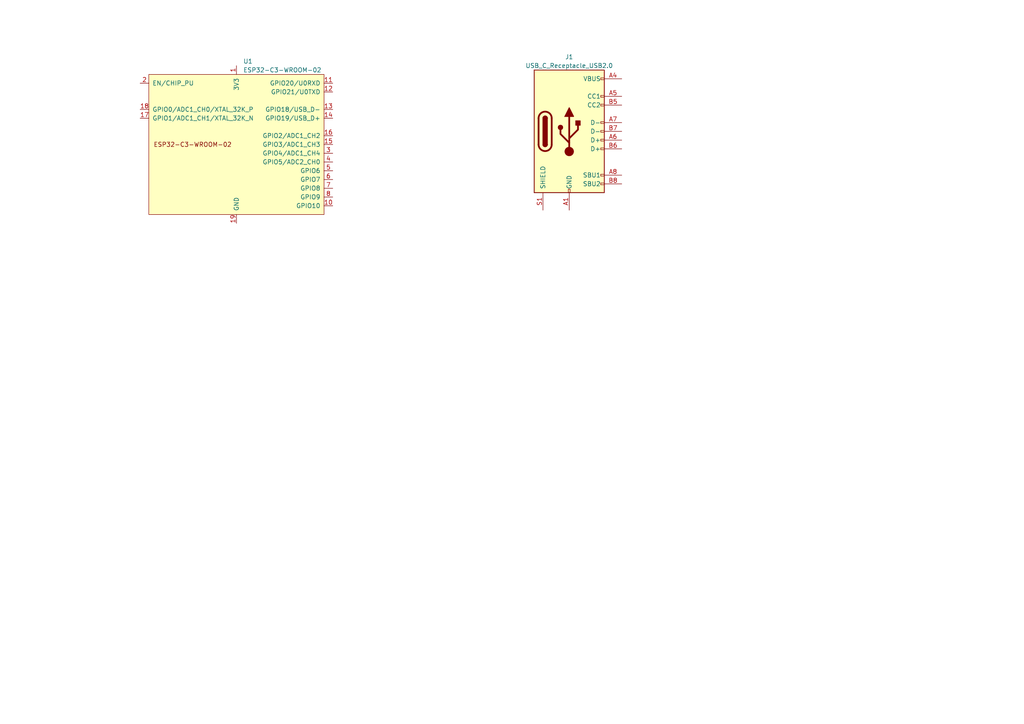
<source format=kicad_sch>
(kicad_sch (version 20230121) (generator eeschema)
  (paper "A4")
  (lib_symbols
    (symbol "Connector:USB_C_Receptacle_USB2.0" (pin_names (offset 1.016))
      (property "Reference" "J" (at -10.16 19.05 0))
      (property "Value" "USB_C_Receptacle_USB2.0" (at 19.05 19.05 0))
      (symbol "USB_C_Receptacle_USB2.0_0_0"
        (rectangle (start -0.254 -17.78) (end 0.254 -16.764))
        (rectangle (start 10.16 -14.986) (end 9.144 -15.494))
        (rectangle (start 10.16 -12.446) (end 9.144 -12.954))
        (rectangle (start 10.16 -4.826) (end 9.144 -5.334))
        (rectangle (start 10.16 -2.286) (end 9.144 -2.794))
        (rectangle (start 10.16 0.254) (end 9.144 -0.254))
        (rectangle (start 10.16 2.794) (end 9.144 2.286))
        (rectangle (start 10.16 7.874) (end 9.144 7.366))
        (rectangle (start 10.16 10.414) (end 9.144 9.906))
        (rectangle (start 10.16 15.494) (end 9.144 14.986))
      )
      (symbol "USB_C_Receptacle_USB2.0_0_1"
        (rectangle (start -10.16 17.78) (end 10.16 -17.78) (stroke (width 0.254)) (fill (type background)))
        (arc (start -8.89 -3.81) (mid -6.985 -5.7067) (end -5.08 -3.81) (stroke (width 0.508)))
        (arc (start -7.62 -3.81) (mid -6.985 -4.4423) (end -6.35 -3.81) (stroke (width 0.254)))
        (arc (start -7.62 -3.81) (mid -6.985 -4.4423) (end -6.35 -3.81) (stroke (width 0.254)) (fill (type outline)))
        (rectangle (start -7.62 -3.81) (end -6.35 3.81) (stroke (width 0.254)) (fill (type outline)))
        (arc (start -6.35 3.81) (mid -6.985 4.4423) (end -7.62 3.81) (stroke (width 0.254)))
        (arc (start -6.35 3.81) (mid -6.985 4.4423) (end -7.62 3.81) (stroke (width 0.254)) (fill (type outline)))
        (arc (start -5.08 3.81) (mid -6.985 5.7067) (end -8.89 3.81) (stroke (width 0.508)))
        (circle (center -2.54 1.143) (radius 0.635) (stroke (width 0.254)) (fill (type outline)))
        (circle (center 0 -5.842) (radius 1.27) (fill (type outline)))
        (polyline (pts (xy -8.89 -3.81) (xy -8.89 3.81)) (stroke (width 0.508)))
        (polyline (pts (xy -5.08 3.81) (xy -5.08 -3.81)) (stroke (width 0.508)))
        (polyline (pts (xy 0 -5.842) (xy 0 4.318)) (stroke (width 0.508)))
        (polyline (pts (xy 0 -3.302) (xy -2.54 -0.762) (xy -2.54 0.508)) (stroke (width 0.508)))
        (polyline (pts (xy 0 -2.032) (xy 2.54 0.508) (xy 2.54 1.778)) (stroke (width 0.508)))
        (polyline (pts (xy -1.27 4.318) (xy 0 6.858) (xy 1.27 4.318) (xy -1.27 4.318)) (stroke (width 0.254)) (fill (type outline)))
        (rectangle (start 1.905 1.778) (end 3.175 3.048) (stroke (width 0.254)) (fill (type outline)))
      )
      (symbol "USB_C_Receptacle_USB2.0_1_1"
        (pin passive line (at 0 -22.86 90) (length 5.08) (name "GND") (number "A1"))
        (pin passive line (at 0 -22.86 90) (length 5.08) hide (name "GND") (number "A12"))
        (pin passive line (at 15.24 15.24 180) (length 5.08) (name "VBUS") (number "A4"))
        (pin bidirectional line (at 15.24 10.16 180) (length 5.08) (name "CC1") (number "A5"))
        (pin bidirectional line (at 15.24 -2.54 180) (length 5.08) (name "D+") (number "A6"))
        (pin bidirectional line (at 15.24 2.54 180) (length 5.08) (name "D-") (number "A7"))
        (pin bidirectional line (at 15.24 -12.7 180) (length 5.08) (name "SBU1") (number "A8"))
        (pin passive line (at 15.24 15.24 180) (length 5.08) hide (name "VBUS") (number "A9"))
        (pin passive line (at 0 -22.86 90) (length 5.08) hide (name "GND") (number "B1"))
        (pin passive line (at 0 -22.86 90) (length 5.08) hide (name "GND") (number "B12"))
        (pin passive line (at 15.24 15.24 180) (length 5.08) hide (name "VBUS") (number "B4"))
        (pin bidirectional line (at 15.24 7.62 180) (length 5.08) (name "CC2") (number "B5"))
        (pin bidirectional line (at 15.24 -5.08 180) (length 5.08) (name "D+") (number "B6"))
        (pin bidirectional line (at 15.24 0 180) (length 5.08) (name "D-") (number "B7"))
        (pin bidirectional line (at 15.24 -15.24 180) (length 5.08) (name "SBU2") (number "B8"))
        (pin passive line (at 15.24 15.24 180) (length 5.08) hide (name "VBUS") (number "B9"))
        (pin passive line (at -7.62 -22.86 90) (length 5.08) (name "SHIELD") (number "S1"))
      )
    )
    (symbol "PCM_Espressif:ESP32-C3-WROOM-02" (pin_names (offset 1.016))
      (property "Reference" "U" (at -25.4 25.4 0))
      (property "Value" "ESP32-C3-WROOM-02" (at -25.4 22.86 0))
      (symbol "ESP32-C3-WROOM-02_0_0"
        (text "ESP32-C3-WROOM-02" (at -12.7 0 0) (effects (font (size 1.27 1.27))))
      )
      (symbol "ESP32-C3-WROOM-02_0_1"
        (rectangle (start 25.4 20.32) (end -25.4 -20.32) (fill (type background)))
      )
      (symbol "ESP32-C3-WROOM-02_1_1"
        (pin power_in line (at 0 22.86 270) (length 2.54) (name "3V3") (number "1"))
        (pin bidirectional line (at 27.94 -17.78 180) (length 2.54) (name "GPIO10") (number "10"))
        (pin bidirectional line (at 27.94 17.78 180) (length 2.54) (name "GPIO20/U0RXD") (number "11"))
        (pin bidirectional line (at 27.94 15.24 180) (length 2.54) (name "GPIO21/U0TXD") (number "12"))
        (pin bidirectional line (at 27.94 10.16 180) (length 2.54) (name "GPIO18/USB_D-") (number "13"))
        (pin bidirectional line (at 27.94 7.62 180) (length 2.54) (name "GPIO19/USB_D+") (number "14"))
        (pin bidirectional line (at 27.94 0 180) (length 2.54) (name "GPIO3/ADC1_CH3") (number "15"))
        (pin bidirectional line (at 27.94 2.54 180) (length 2.54) (name "GPIO2/ADC1_CH2") (number "16"))
        (pin bidirectional line (at -27.94 7.62 0) (length 2.54) (name "GPIO1/ADC1_CH1/XTAL_32K_N") (number "17"))
        (pin bidirectional line (at -27.94 10.16 0) (length 2.54) (name "GPIO0/ADC1_CH0/XTAL_32K_P") (number "18"))
        (pin power_in line (at 0 -22.86 90) (length 2.54) (name "GND") (number "19"))
        (pin input line (at -27.94 17.78 0) (length 2.54) (name "EN/CHIP_PU") (number "2"))
        (pin bidirectional line (at 27.94 -2.54 180) (length 2.54) (name "GPIO4/ADC1_CH4") (number "3"))
        (pin bidirectional line (at 27.94 -5.08 180) (length 2.54) (name "GPIO5/ADC2_CH0") (number "4"))
        (pin bidirectional line (at 27.94 -7.62 180) (length 2.54) (name "GPIO6") (number "5"))
        (pin bidirectional line (at 27.94 -10.16 180) (length 2.54) (name "GPIO7") (number "6"))
        (pin bidirectional line (at 27.94 -12.7 180) (length 2.54) (name "GPIO8") (number "7"))
        (pin bidirectional line (at 27.94 -15.24 180) (length 2.54) (name "GPIO9") (number "8"))
        (pin passive line (at 0 -22.86 90) (length 2.54) hide (name "GND") (number "9"))
      )
    )
  )
  (symbol (lib_id "Connector:USB_C_Receptacle_USB2.0") (at 165.1 38.1 0) (unit 1)
    (property "Reference" "J1" (at 165.1 16.51 0))
    (property "Value" "USB_C_Receptacle_USB2.0" (at 165.1 19.05 0))
    (property "Datasheet" "https://www.usb.org/sites/default/files/documents/usb_type-c.zip" (effects hide))
  )
  (symbol (lib_id "PCM_Espressif:ESP32-C3-WROOM-02") (at 68.58 41.91 0) (unit 1)
    (property "Reference" "U1" (at 70.5359 17.78 0) (effects (justify left)))
    (property "Value" "ESP32-C3-WROOM-02" (at 70.5359 20.32 0) (effects (justify left)))
    (property "Footprint" "Espressif:ESP32-C3-WROOM-02" (effects hide))
    (property "Datasheet" "https://www.espressif.com/sites/default/files/documentation/esp32-c3-wroom-02_datasheet_en.pdf" (effects hide))
  )
)
</source>
